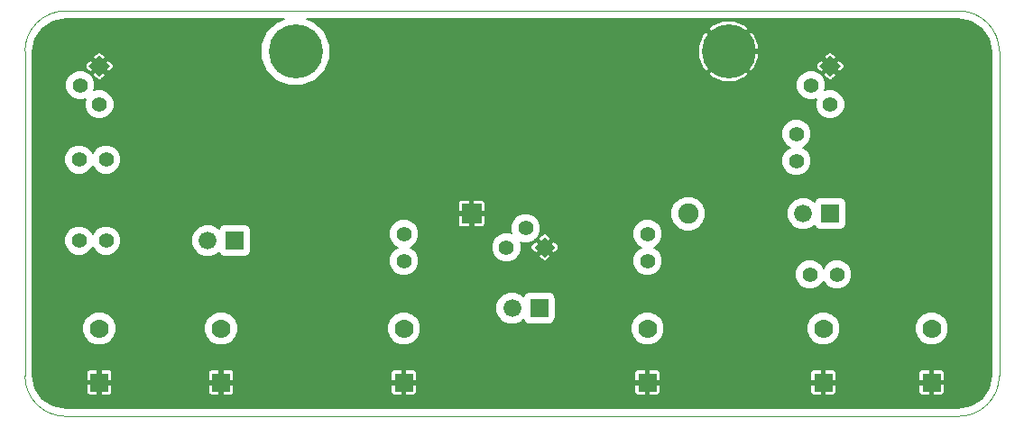
<source format=gbl>
G04 #@! TF.FileFunction,Copper,L2,Bot,Signal*
%FSLAX46Y46*%
G04 Gerber Fmt 4.6, Leading zero omitted, Abs format (unit mm)*
G04 Created by KiCad (PCBNEW (2015-07-01 BZR 5850)-product) date Fri Aug 21 14:42:13 2015*
%MOMM*%
G01*
G04 APERTURE LIST*
%ADD10C,0.150000*%
%ADD11C,0.100000*%
%ADD12R,1.905000X1.905000*%
%ADD13C,1.905000*%
%ADD14C,1.778000*%
%ADD15R,1.778000X1.778000*%
%ADD16C,5.080000*%
%ADD17C,1.676400*%
%ADD18R,1.676400X1.676400*%
%ADD19C,1.397000*%
%ADD20C,0.508000*%
%ADD21C,0.127000*%
G04 APERTURE END LIST*
D10*
D11*
X262890000Y-170180000D02*
X262890000Y-200660000D01*
X175260000Y-166370000D02*
X259080000Y-166370000D01*
X171450000Y-200660000D02*
X171450000Y-170180000D01*
X259080000Y-204470000D02*
X175260000Y-204470000D01*
X259080000Y-204470000D02*
G75*
G03X262890000Y-200660000I0J3810000D01*
G01*
X175260000Y-166370000D02*
G75*
G03X171450000Y-170180000I0J-3810000D01*
G01*
X262890000Y-170180000D02*
G75*
G03X259080000Y-166370000I-3810000J0D01*
G01*
X171450000Y-200660000D02*
G75*
G03X175260000Y-204470000I3810000J0D01*
G01*
D12*
X213360000Y-185420000D03*
D13*
X233680000Y-185420000D03*
D14*
X207010000Y-196215000D03*
D15*
X207010000Y-201295000D03*
D14*
X178435000Y-196215000D03*
D15*
X178435000Y-201295000D03*
D14*
X246380000Y-196215000D03*
D15*
X246380000Y-201295000D03*
D16*
X196850000Y-170180000D03*
X237490000Y-170180000D03*
D14*
X229870000Y-196215000D03*
D15*
X229870000Y-201295000D03*
D14*
X256540000Y-196215000D03*
D15*
X256540000Y-201295000D03*
D14*
X189865000Y-196215000D03*
D15*
X189865000Y-201295000D03*
D17*
X217170000Y-194310000D03*
D18*
X219710000Y-194310000D03*
D17*
X244475000Y-185420000D03*
D18*
X247015000Y-185420000D03*
D17*
X188595000Y-187960000D03*
D18*
X191135000Y-187960000D03*
D10*
G36*
X178435000Y-172546777D02*
X177447172Y-171558949D01*
X178435000Y-170571121D01*
X179422828Y-171558949D01*
X178435000Y-172546777D01*
X178435000Y-172546777D01*
G37*
D19*
X176638949Y-173355000D03*
X178435000Y-175151051D03*
D10*
G36*
X219248223Y-188595000D02*
X220236051Y-187607172D01*
X221223879Y-188595000D01*
X220236051Y-189582828D01*
X219248223Y-188595000D01*
X219248223Y-188595000D01*
G37*
D19*
X218440000Y-186798949D03*
X216643949Y-188595000D03*
D10*
G36*
X247015000Y-172546777D02*
X246027172Y-171558949D01*
X247015000Y-170571121D01*
X248002828Y-171558949D01*
X247015000Y-172546777D01*
X247015000Y-172546777D01*
G37*
D19*
X245218949Y-173355000D03*
X247015000Y-175151051D03*
X176530000Y-180340000D03*
X179070000Y-180340000D03*
X207010000Y-187325000D03*
X207010000Y-189865000D03*
X229870000Y-187325000D03*
X229870000Y-189865000D03*
X245110000Y-191135000D03*
X247650000Y-191135000D03*
X243840000Y-180467000D03*
X243840000Y-177927000D03*
X176530000Y-187960000D03*
X179070000Y-187960000D03*
D20*
X250825000Y-178181000D02*
X250825000Y-175368949D01*
X250825000Y-175368949D02*
X247015000Y-171558949D01*
X181229000Y-201295000D02*
X181229000Y-174352949D01*
X181229000Y-174352949D02*
X178435000Y-171558949D01*
X222250000Y-192659000D02*
X222250000Y-190608949D01*
X222250000Y-190608949D02*
X220236051Y-188595000D01*
X213360000Y-185420000D02*
X213360000Y-201295000D01*
X237490000Y-170180000D02*
X245636051Y-170180000D01*
X245636051Y-170180000D02*
X247015000Y-171558949D01*
X250825000Y-178181000D02*
X250825000Y-201295000D01*
X222250000Y-192659000D02*
X222250000Y-201295000D01*
X246380000Y-201295000D02*
X250825000Y-201295000D01*
X250825000Y-201295000D02*
X256540000Y-201295000D01*
X229870000Y-201295000D02*
X246380000Y-201295000D01*
X207010000Y-201295000D02*
X213360000Y-201295000D01*
X213360000Y-201295000D02*
X222250000Y-201295000D01*
X222250000Y-201295000D02*
X229870000Y-201295000D01*
X189865000Y-201295000D02*
X207010000Y-201295000D01*
X178435000Y-201295000D02*
X181229000Y-201295000D01*
X181229000Y-201295000D02*
X189865000Y-201295000D01*
D21*
G36*
X260245975Y-167365091D02*
X261234439Y-168025561D01*
X261894909Y-169014025D01*
X262141500Y-170253722D01*
X262141500Y-200586278D01*
X261894909Y-201825975D01*
X261234439Y-202814439D01*
X260245975Y-203474909D01*
X259006278Y-203721500D01*
X175333722Y-203721500D01*
X174094025Y-203474909D01*
X173105561Y-202814439D01*
X172445091Y-201825975D01*
X172367262Y-201434700D01*
X177307875Y-201434700D01*
X177228500Y-201514075D01*
X177228500Y-202247155D01*
X177276837Y-202363850D01*
X177366151Y-202453164D01*
X177482846Y-202501500D01*
X178215925Y-202501500D01*
X178295300Y-202422125D01*
X178295300Y-201434700D01*
X178574700Y-201434700D01*
X178295300Y-201434700D01*
X178295300Y-201434700D01*
X178574700Y-201434700D01*
X178574700Y-202422125D01*
X178654075Y-202501500D01*
X179387154Y-202501500D01*
X179503849Y-202453164D01*
X179593163Y-202363850D01*
X179641500Y-202247155D01*
X179641500Y-201514075D01*
X179562125Y-201434700D01*
X188737875Y-201434700D01*
X188658500Y-201514075D01*
X188658500Y-202247155D01*
X188706837Y-202363850D01*
X188796151Y-202453164D01*
X188912846Y-202501500D01*
X189645925Y-202501500D01*
X189725300Y-202422125D01*
X189725300Y-201434700D01*
X190004700Y-201434700D01*
X190004700Y-202422125D01*
X190084075Y-202501500D01*
X190817154Y-202501500D01*
X190933849Y-202453164D01*
X191023163Y-202363850D01*
X191071500Y-202247155D01*
X191071500Y-201514075D01*
X190992125Y-201434700D01*
X205882875Y-201434700D01*
X190992125Y-201434700D01*
X190992125Y-201434700D01*
X205882875Y-201434700D01*
X205803500Y-201514075D01*
X205803500Y-202247155D01*
X205851837Y-202363850D01*
X205941151Y-202453164D01*
X206057846Y-202501500D01*
X206790925Y-202501500D01*
X206870300Y-202422125D01*
X206870300Y-201434700D01*
X207149700Y-201434700D01*
X206870300Y-201434700D01*
X206870300Y-201434700D01*
X207149700Y-201434700D01*
X207149700Y-202422125D01*
X207229075Y-202501500D01*
X207962154Y-202501500D01*
X208078849Y-202453164D01*
X208168163Y-202363850D01*
X208216500Y-202247155D01*
X208216500Y-201514075D01*
X208137125Y-201434700D01*
X228742875Y-201434700D01*
X228663500Y-201514075D01*
X228663500Y-202247155D01*
X228711837Y-202363850D01*
X228801151Y-202453164D01*
X228917846Y-202501500D01*
X229650925Y-202501500D01*
X229730300Y-202422125D01*
X229730300Y-201434700D01*
X230009700Y-201434700D01*
X229730300Y-201434700D01*
X229730300Y-201434700D01*
X230009700Y-201434700D01*
X230009700Y-202422125D01*
X230089075Y-202501500D01*
X230822154Y-202501500D01*
X230938849Y-202453164D01*
X231028163Y-202363850D01*
X231076500Y-202247155D01*
X231076500Y-201514075D01*
X230997125Y-201434700D01*
X245252875Y-201434700D01*
X245173500Y-201514075D01*
X245173500Y-202247155D01*
X245221837Y-202363850D01*
X245311151Y-202453164D01*
X245427846Y-202501500D01*
X246160925Y-202501500D01*
X246240300Y-202422125D01*
X246240300Y-201434700D01*
X246519700Y-201434700D01*
X246240300Y-201434700D01*
X246240300Y-201434700D01*
X246519700Y-201434700D01*
X246519700Y-202422125D01*
X246599075Y-202501500D01*
X247332154Y-202501500D01*
X247448849Y-202453164D01*
X247538163Y-202363850D01*
X247586500Y-202247155D01*
X247586500Y-201514075D01*
X247507125Y-201434700D01*
X255412875Y-201434700D01*
X255333500Y-201514075D01*
X255333500Y-202247155D01*
X255381837Y-202363850D01*
X255471151Y-202453164D01*
X255587846Y-202501500D01*
X256320925Y-202501500D01*
X256400300Y-202422125D01*
X256400300Y-201434700D01*
X256679700Y-201434700D01*
X256400300Y-201434700D01*
X256400300Y-201434700D01*
X256679700Y-201434700D01*
X256679700Y-202422125D01*
X256759075Y-202501500D01*
X257492154Y-202501500D01*
X257608849Y-202453164D01*
X257698163Y-202363850D01*
X257746500Y-202247155D01*
X257746500Y-201514075D01*
X257667125Y-201434700D01*
X256679700Y-201434700D01*
X256400300Y-201434700D01*
X256400300Y-201434700D01*
X255412875Y-201434700D01*
X247507125Y-201434700D01*
X247507125Y-201434700D01*
X246519700Y-201434700D01*
X246240300Y-201434700D01*
X246240300Y-201434700D01*
X245252875Y-201434700D01*
X230997125Y-201434700D01*
X230997125Y-201434700D01*
X230009700Y-201434700D01*
X229730300Y-201434700D01*
X229730300Y-201434700D01*
X228742875Y-201434700D01*
X208137125Y-201434700D01*
X208137125Y-201434700D01*
X207149700Y-201434700D01*
X206870300Y-201434700D01*
X206870300Y-201434700D01*
X205882875Y-201434700D01*
X190992125Y-201434700D01*
X190992125Y-201434700D01*
X190004700Y-201434700D01*
X189725300Y-201434700D01*
X189725300Y-201434700D01*
X188737875Y-201434700D01*
X179562125Y-201434700D01*
X179562125Y-201434700D01*
X178574700Y-201434700D01*
X178295300Y-201434700D01*
X178295300Y-201434700D01*
X177307875Y-201434700D01*
X172367262Y-201434700D01*
X172198500Y-200586278D01*
X172198500Y-200088500D01*
X177482846Y-200088500D01*
X177366151Y-200136836D01*
X177276837Y-200226150D01*
X177228500Y-200342845D01*
X177228500Y-201075925D01*
X177307875Y-201155300D01*
X178295300Y-201155300D01*
X178295300Y-200167875D01*
X178215925Y-200088500D01*
X178654075Y-200088500D01*
X178574700Y-200167875D01*
X178574700Y-201155300D01*
X179562125Y-201155300D01*
X179641500Y-201075925D01*
X179641500Y-200342845D01*
X179593163Y-200226150D01*
X179503849Y-200136836D01*
X179387154Y-200088500D01*
X188912846Y-200088500D01*
X179387154Y-200088500D01*
X179387154Y-200088500D01*
X188912846Y-200088500D01*
X188796151Y-200136836D01*
X188706837Y-200226150D01*
X188658500Y-200342845D01*
X188658500Y-201075925D01*
X188737875Y-201155300D01*
X189725300Y-201155300D01*
X189725300Y-200167875D01*
X189645925Y-200088500D01*
X190084075Y-200088500D01*
X190004700Y-200167875D01*
X190004700Y-201155300D01*
X190992125Y-201155300D01*
X191071500Y-201075925D01*
X191071500Y-200342845D01*
X191023163Y-200226150D01*
X190933849Y-200136836D01*
X190817154Y-200088500D01*
X206057846Y-200088500D01*
X205941151Y-200136836D01*
X205851837Y-200226150D01*
X205803500Y-200342845D01*
X205803500Y-201075925D01*
X205882875Y-201155300D01*
X206870300Y-201155300D01*
X206870300Y-200167875D01*
X206790925Y-200088500D01*
X207229075Y-200088500D01*
X206790925Y-200088500D01*
X206790925Y-200088500D01*
X207229075Y-200088500D01*
X207149700Y-200167875D01*
X207149700Y-201155300D01*
X208137125Y-201155300D01*
X208216500Y-201075925D01*
X208216500Y-200342845D01*
X208168163Y-200226150D01*
X208078849Y-200136836D01*
X207962154Y-200088500D01*
X228917846Y-200088500D01*
X228801151Y-200136836D01*
X228711837Y-200226150D01*
X228663500Y-200342845D01*
X228663500Y-201075925D01*
X228742875Y-201155300D01*
X229730300Y-201155300D01*
X229730300Y-200167875D01*
X229650925Y-200088500D01*
X230089075Y-200088500D01*
X229650925Y-200088500D01*
X229650925Y-200088500D01*
X230089075Y-200088500D01*
X230009700Y-200167875D01*
X230009700Y-201155300D01*
X230997125Y-201155300D01*
X231076500Y-201075925D01*
X231076500Y-200342845D01*
X231028163Y-200226150D01*
X230938849Y-200136836D01*
X230822154Y-200088500D01*
X245427846Y-200088500D01*
X230822154Y-200088500D01*
X230822154Y-200088500D01*
X245427846Y-200088500D01*
X245311151Y-200136836D01*
X245221837Y-200226150D01*
X245173500Y-200342845D01*
X245173500Y-201075925D01*
X245252875Y-201155300D01*
X246240300Y-201155300D01*
X246240300Y-200167875D01*
X246160925Y-200088500D01*
X246599075Y-200088500D01*
X246160925Y-200088500D01*
X246160925Y-200088500D01*
X246599075Y-200088500D01*
X246519700Y-200167875D01*
X246519700Y-201155300D01*
X247507125Y-201155300D01*
X247586500Y-201075925D01*
X247586500Y-200342845D01*
X247538163Y-200226150D01*
X247448849Y-200136836D01*
X247332154Y-200088500D01*
X255587846Y-200088500D01*
X255471151Y-200136836D01*
X255381837Y-200226150D01*
X255333500Y-200342845D01*
X255333500Y-201075925D01*
X255412875Y-201155300D01*
X256400300Y-201155300D01*
X256400300Y-200167875D01*
X256320925Y-200088500D01*
X256759075Y-200088500D01*
X256320925Y-200088500D01*
X256320925Y-200088500D01*
X256759075Y-200088500D01*
X256679700Y-200167875D01*
X256679700Y-201155300D01*
X257667125Y-201155300D01*
X257746500Y-201075925D01*
X257746500Y-200342845D01*
X257698163Y-200226150D01*
X257608849Y-200136836D01*
X257492154Y-200088500D01*
X256759075Y-200088500D01*
X256320925Y-200088500D01*
X256320925Y-200088500D01*
X255587846Y-200088500D01*
X247332154Y-200088500D01*
X247332154Y-200088500D01*
X246599075Y-200088500D01*
X246160925Y-200088500D01*
X246160925Y-200088500D01*
X245427846Y-200088500D01*
X230822154Y-200088500D01*
X230822154Y-200088500D01*
X230089075Y-200088500D01*
X229650925Y-200088500D01*
X229650925Y-200088500D01*
X228917846Y-200088500D01*
X207962154Y-200088500D01*
X207962154Y-200088500D01*
X207229075Y-200088500D01*
X206790925Y-200088500D01*
X206790925Y-200088500D01*
X206057846Y-200088500D01*
X190817154Y-200088500D01*
X190817154Y-200088500D01*
X190084075Y-200088500D01*
X189645925Y-200088500D01*
X189645925Y-200088500D01*
X188912846Y-200088500D01*
X179387154Y-200088500D01*
X179387154Y-200088500D01*
X178654075Y-200088500D01*
X178215925Y-200088500D01*
X178215925Y-200088500D01*
X177482846Y-200088500D01*
X172198500Y-200088500D01*
X172198500Y-194868398D01*
X177536928Y-194868398D01*
X177089968Y-195314579D01*
X176847776Y-195897841D01*
X176847225Y-196529388D01*
X177088398Y-197113072D01*
X177534579Y-197560032D01*
X178117841Y-197802224D01*
X178749388Y-197802775D01*
X179333072Y-197561602D01*
X179780032Y-197115421D01*
X180022224Y-196532159D01*
X180022775Y-195900612D01*
X179781602Y-195316928D01*
X179335421Y-194869968D01*
X179331641Y-194868398D01*
X188966928Y-194868398D01*
X188519968Y-195314579D01*
X188277776Y-195897841D01*
X188277225Y-196529388D01*
X188518398Y-197113072D01*
X188964579Y-197560032D01*
X189547841Y-197802224D01*
X190179388Y-197802775D01*
X190763072Y-197561602D01*
X191210032Y-197115421D01*
X191452224Y-196532159D01*
X191452775Y-195900612D01*
X191211602Y-195316928D01*
X190765421Y-194869968D01*
X190761641Y-194868398D01*
X206111928Y-194868398D01*
X190761641Y-194868398D01*
X190761641Y-194868398D01*
X206111928Y-194868398D01*
X205664968Y-195314579D01*
X205422776Y-195897841D01*
X205422225Y-196529388D01*
X205663398Y-197113072D01*
X206109579Y-197560032D01*
X206692841Y-197802224D01*
X207324388Y-197802775D01*
X207908072Y-197561602D01*
X208355032Y-197115421D01*
X208597224Y-196532159D01*
X208597775Y-195900612D01*
X208596631Y-195897841D01*
X228282776Y-195897841D01*
X228282225Y-196529388D01*
X228523398Y-197113072D01*
X228969579Y-197560032D01*
X229552841Y-197802224D01*
X230184388Y-197802775D01*
X230768072Y-197561602D01*
X231215032Y-197115421D01*
X231457224Y-196532159D01*
X231457775Y-195900612D01*
X231216602Y-195316928D01*
X230770421Y-194869968D01*
X230766641Y-194868398D01*
X245481928Y-194868398D01*
X230766641Y-194868398D01*
X230766641Y-194868398D01*
X245481928Y-194868398D01*
X245034968Y-195314579D01*
X244792776Y-195897841D01*
X244792225Y-196529388D01*
X245033398Y-197113072D01*
X245479579Y-197560032D01*
X246062841Y-197802224D01*
X246694388Y-197802775D01*
X247278072Y-197561602D01*
X247725032Y-197115421D01*
X247967224Y-196532159D01*
X247967775Y-195900612D01*
X247726602Y-195316928D01*
X247280421Y-194869968D01*
X247276641Y-194868398D01*
X255641928Y-194868398D01*
X255194968Y-195314579D01*
X254952776Y-195897841D01*
X254952225Y-196529388D01*
X255193398Y-197113072D01*
X255639579Y-197560032D01*
X256222841Y-197802224D01*
X256854388Y-197802775D01*
X257438072Y-197561602D01*
X257885032Y-197115421D01*
X258127224Y-196532159D01*
X258127775Y-195900612D01*
X257886602Y-195316928D01*
X257440421Y-194869968D01*
X256857159Y-194627776D01*
X256225612Y-194627225D01*
X255641928Y-194868398D01*
X247276641Y-194868398D01*
X246697159Y-194627776D01*
X246065612Y-194627225D01*
X245481928Y-194868398D01*
X230766641Y-194868398D01*
X230187159Y-194627776D01*
X229555612Y-194627225D01*
X228971928Y-194868398D01*
X221260384Y-194868398D01*
X221260384Y-193471800D01*
X221208709Y-193205464D01*
X221054941Y-192971380D01*
X220822804Y-192814686D01*
X220548200Y-192759616D01*
X218871800Y-192759616D01*
X218605464Y-192811291D01*
X218371380Y-192965059D01*
X218221051Y-193187766D01*
X218041607Y-193008009D01*
X217477010Y-192773567D01*
X216865672Y-192773034D01*
X216300666Y-193006489D01*
X215868009Y-193438393D01*
X215633567Y-194002990D01*
X215633034Y-194614328D01*
X215866489Y-195179334D01*
X216298393Y-195611991D01*
X216862990Y-195846433D01*
X217474328Y-195846966D01*
X218039334Y-195613511D01*
X218222129Y-195431034D01*
X218365059Y-195648620D01*
X218597196Y-195805314D01*
X218871800Y-195860384D01*
X220548200Y-195860384D01*
X220814536Y-195808709D01*
X221048620Y-195654941D01*
X221205314Y-195422804D01*
X221260384Y-195148200D01*
X221260384Y-194868398D01*
X228971928Y-194868398D01*
X221260384Y-194868398D01*
X221260384Y-194868398D01*
X228971928Y-194868398D01*
X228524968Y-195314579D01*
X228282776Y-195897841D01*
X208596631Y-195897841D01*
X208356602Y-195316928D01*
X207910421Y-194869968D01*
X207327159Y-194627776D01*
X206695612Y-194627225D01*
X206111928Y-194868398D01*
X190761641Y-194868398D01*
X190182159Y-194627776D01*
X189550612Y-194627225D01*
X188966928Y-194868398D01*
X179331641Y-194868398D01*
X178752159Y-194627776D01*
X178120612Y-194627225D01*
X177536928Y-194868398D01*
X172198500Y-194868398D01*
X172198500Y-191411661D01*
X243712758Y-191411661D01*
X243924990Y-191925303D01*
X244317630Y-192318629D01*
X244830900Y-192531757D01*
X245386661Y-192532242D01*
X245900303Y-192320010D01*
X246293629Y-191927370D01*
X246379949Y-191719488D01*
X246464990Y-191925303D01*
X246857630Y-192318629D01*
X247370900Y-192531757D01*
X247926661Y-192532242D01*
X248440303Y-192320010D01*
X248833629Y-191927370D01*
X249046757Y-191414100D01*
X249047242Y-190858339D01*
X248835010Y-190344697D01*
X248442370Y-189951371D01*
X247929100Y-189738243D01*
X247373339Y-189737758D01*
X246859697Y-189949990D01*
X246466371Y-190342630D01*
X246380051Y-190550512D01*
X246295010Y-190344697D01*
X245902370Y-189951371D01*
X245389100Y-189738243D01*
X244833339Y-189737758D01*
X231267111Y-189737758D01*
X231267242Y-189588339D01*
X231055010Y-189074697D01*
X230662370Y-188681371D01*
X230454488Y-188595051D01*
X230660303Y-188510010D01*
X231053629Y-188117370D01*
X231266757Y-187604100D01*
X231267242Y-187048339D01*
X231055010Y-186534697D01*
X230662370Y-186141371D01*
X230149100Y-185928243D01*
X229593339Y-185927758D01*
X229079697Y-186139990D01*
X228686371Y-186532630D01*
X228473243Y-187045900D01*
X228472758Y-187601661D01*
X228684990Y-188115303D01*
X229077630Y-188508629D01*
X229285512Y-188594949D01*
X229079697Y-188679990D01*
X228686371Y-189072630D01*
X228473243Y-189585900D01*
X228472758Y-190141661D01*
X228684990Y-190655303D01*
X229077630Y-191048629D01*
X229590900Y-191261757D01*
X230146661Y-191262242D01*
X230660303Y-191050010D01*
X231053629Y-190657370D01*
X231266757Y-190144100D01*
X231267111Y-189737758D01*
X244833339Y-189737758D01*
X231267111Y-189737758D01*
X231267111Y-189737758D01*
X244833339Y-189737758D01*
X244319697Y-189949990D01*
X243926371Y-190342630D01*
X243713243Y-190855900D01*
X243712758Y-191411661D01*
X172198500Y-191411661D01*
X172198500Y-186562758D01*
X176253339Y-186562758D01*
X175739697Y-186774990D01*
X175346371Y-187167630D01*
X175133243Y-187680900D01*
X175132758Y-188236661D01*
X175344990Y-188750303D01*
X175737630Y-189143629D01*
X176250900Y-189356757D01*
X176806661Y-189357242D01*
X177320303Y-189145010D01*
X177713629Y-188752370D01*
X177799949Y-188544488D01*
X177884990Y-188750303D01*
X178277630Y-189143629D01*
X178790900Y-189356757D01*
X179346661Y-189357242D01*
X179860303Y-189145010D01*
X180253629Y-188752370D01*
X180466757Y-188239100D01*
X180467242Y-187683339D01*
X180255010Y-187169697D01*
X179862370Y-186776371D01*
X179349100Y-186563243D01*
X178793339Y-186562758D01*
X178279697Y-186774990D01*
X177886371Y-187167630D01*
X177800051Y-187375512D01*
X177715010Y-187169697D01*
X177322370Y-186776371D01*
X176809100Y-186563243D01*
X176253339Y-186562758D01*
X172198500Y-186562758D01*
X172198500Y-186409616D01*
X190296800Y-186409616D01*
X190030464Y-186461291D01*
X189796380Y-186615059D01*
X189646051Y-186837766D01*
X189466607Y-186658009D01*
X188902010Y-186423567D01*
X188290672Y-186423034D01*
X187725666Y-186656489D01*
X187293009Y-187088393D01*
X187058567Y-187652990D01*
X187058034Y-188264328D01*
X187291489Y-188829334D01*
X187723393Y-189261991D01*
X188287990Y-189496433D01*
X188899328Y-189496966D01*
X189464334Y-189263511D01*
X189647129Y-189081034D01*
X189790059Y-189298620D01*
X190022196Y-189455314D01*
X190296800Y-189510384D01*
X191973200Y-189510384D01*
X192239536Y-189458709D01*
X192473620Y-189304941D01*
X192630314Y-189072804D01*
X192685384Y-188798200D01*
X192685384Y-187121800D01*
X192633709Y-186855464D01*
X192479941Y-186621380D01*
X192247804Y-186464686D01*
X191973200Y-186409616D01*
X190296800Y-186409616D01*
X172198500Y-186409616D01*
X172198500Y-186139990D01*
X206219697Y-186139990D01*
X205826371Y-186532630D01*
X205613243Y-187045900D01*
X205612758Y-187601661D01*
X205824990Y-188115303D01*
X206217630Y-188508629D01*
X206425512Y-188594949D01*
X206219697Y-188679990D01*
X205826371Y-189072630D01*
X205613243Y-189585900D01*
X205612758Y-190141661D01*
X205824990Y-190655303D01*
X206217630Y-191048629D01*
X206730900Y-191261757D01*
X207286661Y-191262242D01*
X207800303Y-191050010D01*
X208193629Y-190657370D01*
X208406757Y-190144100D01*
X208407242Y-189588339D01*
X208195010Y-189074697D01*
X207802370Y-188681371D01*
X207594488Y-188595051D01*
X207800303Y-188510010D01*
X208193629Y-188117370D01*
X208406757Y-187604100D01*
X208407218Y-187075610D01*
X217042758Y-187075610D01*
X217128715Y-187283643D01*
X216923049Y-187198243D01*
X216367288Y-187197758D01*
X215853646Y-187409990D01*
X215460320Y-187802630D01*
X215247192Y-188315900D01*
X215246707Y-188871661D01*
X215458939Y-189385303D01*
X215851579Y-189778629D01*
X216364849Y-189991757D01*
X216920610Y-189992242D01*
X217434252Y-189780010D01*
X217827578Y-189387370D01*
X217840571Y-189356077D01*
X219672540Y-189356077D01*
X219672540Y-189468330D01*
X220056202Y-189851992D01*
X220172897Y-189900328D01*
X220299206Y-189900328D01*
X220415901Y-189851991D01*
X220799562Y-189468330D01*
X220799562Y-189356077D01*
X220236051Y-188792566D01*
X219672540Y-189356077D01*
X217840571Y-189356077D01*
X218040706Y-188874100D01*
X218041191Y-188318339D01*
X217955234Y-188110306D01*
X218160900Y-188195706D01*
X218716661Y-188196191D01*
X219115271Y-188031489D01*
X219362721Y-188031489D01*
X218979060Y-188415150D01*
X218930723Y-188531845D01*
X218930723Y-188658154D01*
X218979059Y-188774849D01*
X219362721Y-189158511D01*
X219474974Y-189158511D01*
X220038485Y-188595000D01*
X220433617Y-188595000D01*
X220997128Y-189158511D01*
X221109381Y-189158511D01*
X221493042Y-188774850D01*
X221541379Y-188658155D01*
X221541379Y-188531846D01*
X221493043Y-188415151D01*
X221109381Y-188031489D01*
X220997128Y-188031489D01*
X220601996Y-188031489D01*
X220799562Y-187833923D01*
X220799562Y-187721670D01*
X220415900Y-187338008D01*
X220299205Y-187289672D01*
X220172896Y-187289672D01*
X220056201Y-187338009D01*
X219672540Y-187721670D01*
X219672540Y-187833923D01*
X220236051Y-188397434D01*
X220601996Y-188031489D01*
X220997128Y-188031489D01*
X220601996Y-188031489D01*
X220601996Y-188031489D01*
X220997128Y-188031489D01*
X220433617Y-188595000D01*
X220038485Y-188595000D01*
X220038485Y-188595000D01*
X219474974Y-188031489D01*
X219362721Y-188031489D01*
X219115271Y-188031489D01*
X219230303Y-187983959D01*
X219623629Y-187591319D01*
X219836757Y-187078049D01*
X219837242Y-186522288D01*
X219625010Y-186008646D01*
X219232370Y-185615320D01*
X218719100Y-185402192D01*
X218163339Y-185401707D01*
X217649697Y-185613939D01*
X214604864Y-185613939D01*
X214550625Y-185559700D01*
X213499700Y-185559700D01*
X213499700Y-186610625D01*
X213579075Y-186690000D01*
X214375655Y-186690000D01*
X214492350Y-186641663D01*
X214581664Y-186552349D01*
X214630000Y-186435654D01*
X214630000Y-185639075D01*
X214604864Y-185613939D01*
X217649697Y-185613939D01*
X214604864Y-185613939D01*
X214604864Y-185613939D01*
X217649697Y-185613939D01*
X217256371Y-186006579D01*
X217043243Y-186519849D01*
X217042758Y-187075610D01*
X208407218Y-187075610D01*
X208407242Y-187048339D01*
X208195010Y-186534697D01*
X207802370Y-186141371D01*
X207289100Y-185928243D01*
X206733339Y-185927758D01*
X206219697Y-186139990D01*
X172198500Y-186139990D01*
X172198500Y-185559700D01*
X212169375Y-185559700D01*
X212090000Y-185639075D01*
X212090000Y-186435654D01*
X212138336Y-186552349D01*
X212227650Y-186641663D01*
X212344345Y-186690000D01*
X213140925Y-186690000D01*
X213220300Y-186610625D01*
X213220300Y-185559700D01*
X212169375Y-185559700D01*
X172198500Y-185559700D01*
X172198500Y-184150000D01*
X212344345Y-184150000D01*
X212227650Y-184198337D01*
X212138336Y-184287651D01*
X212090000Y-184404346D01*
X212090000Y-185200925D01*
X212169375Y-185280300D01*
X213220300Y-185280300D01*
X213220300Y-184229375D01*
X213140925Y-184150000D01*
X213579075Y-184150000D01*
X213499700Y-184229375D01*
X213499700Y-185280300D01*
X214550625Y-185280300D01*
X214630000Y-185200925D01*
X214630000Y-184404346D01*
X214581664Y-184287651D01*
X214492350Y-184198337D01*
X214375655Y-184150000D01*
X213579075Y-184150000D01*
X213140925Y-184150000D01*
X213140925Y-184150000D01*
X212344345Y-184150000D01*
X172198500Y-184150000D01*
X172198500Y-184019534D01*
X232746005Y-184019534D01*
X232281166Y-184483563D01*
X232029287Y-185090155D01*
X232028714Y-185746963D01*
X232279534Y-186353995D01*
X232743563Y-186818834D01*
X233350155Y-187070713D01*
X234006963Y-187071286D01*
X234613995Y-186820466D01*
X235078834Y-186356437D01*
X235330713Y-185749845D01*
X235331286Y-185093037D01*
X235080466Y-184486005D01*
X234616437Y-184021166D01*
X234251465Y-183869616D01*
X246176800Y-183869616D01*
X245910464Y-183921291D01*
X245676380Y-184075059D01*
X245526051Y-184297766D01*
X245346607Y-184118009D01*
X244782010Y-183883567D01*
X244170672Y-183883034D01*
X243605666Y-184116489D01*
X243173009Y-184548393D01*
X242938567Y-185112990D01*
X242938034Y-185724328D01*
X243171489Y-186289334D01*
X243603393Y-186721991D01*
X244167990Y-186956433D01*
X244779328Y-186956966D01*
X245344334Y-186723511D01*
X245527129Y-186541034D01*
X245670059Y-186758620D01*
X245902196Y-186915314D01*
X246176800Y-186970384D01*
X247853200Y-186970384D01*
X248119536Y-186918709D01*
X248353620Y-186764941D01*
X248510314Y-186532804D01*
X248565384Y-186258200D01*
X248565384Y-184581800D01*
X248513709Y-184315464D01*
X248359941Y-184081380D01*
X248127804Y-183924686D01*
X247853200Y-183869616D01*
X246176800Y-183869616D01*
X234251465Y-183869616D01*
X234009845Y-183769287D01*
X233353037Y-183768714D01*
X232746005Y-184019534D01*
X172198500Y-184019534D01*
X172198500Y-178942758D01*
X176253339Y-178942758D01*
X175739697Y-179154990D01*
X175346371Y-179547630D01*
X175133243Y-180060900D01*
X175132758Y-180616661D01*
X175344990Y-181130303D01*
X175737630Y-181523629D01*
X176250900Y-181736757D01*
X176806661Y-181737242D01*
X177320303Y-181525010D01*
X177713629Y-181132370D01*
X177799949Y-180924488D01*
X177884990Y-181130303D01*
X178277630Y-181523629D01*
X178790900Y-181736757D01*
X179346661Y-181737242D01*
X179860303Y-181525010D01*
X180253629Y-181132370D01*
X180466757Y-180619100D01*
X180467242Y-180063339D01*
X180255010Y-179549697D01*
X179862370Y-179156371D01*
X179349100Y-178943243D01*
X178793339Y-178942758D01*
X178279697Y-179154990D01*
X177886371Y-179547630D01*
X177800051Y-179755512D01*
X177715010Y-179549697D01*
X177322370Y-179156371D01*
X176809100Y-178943243D01*
X176253339Y-178942758D01*
X172198500Y-178942758D01*
X172198500Y-176741990D01*
X243049697Y-176741990D01*
X242656371Y-177134630D01*
X242443243Y-177647900D01*
X242442758Y-178203661D01*
X242654990Y-178717303D01*
X243047630Y-179110629D01*
X243255512Y-179196949D01*
X243049697Y-179281990D01*
X242656371Y-179674630D01*
X242443243Y-180187900D01*
X242442758Y-180743661D01*
X242654990Y-181257303D01*
X243047630Y-181650629D01*
X243560900Y-181863757D01*
X244116661Y-181864242D01*
X244630303Y-181652010D01*
X245023629Y-181259370D01*
X245236757Y-180746100D01*
X245237242Y-180190339D01*
X245025010Y-179676697D01*
X244632370Y-179283371D01*
X244424488Y-179197051D01*
X244630303Y-179112010D01*
X245023629Y-178719370D01*
X245236757Y-178206100D01*
X245237242Y-177650339D01*
X245025010Y-177136697D01*
X244632370Y-176743371D01*
X244119100Y-176530243D01*
X243563339Y-176529758D01*
X243049697Y-176741990D01*
X172198500Y-176741990D01*
X172198500Y-172169990D01*
X175848646Y-172169990D01*
X175455320Y-172562630D01*
X175242192Y-173075900D01*
X175241707Y-173631661D01*
X175453939Y-174145303D01*
X175846579Y-174538629D01*
X176359849Y-174751757D01*
X176915610Y-174752242D01*
X177123643Y-174666285D01*
X177038243Y-174871951D01*
X177037758Y-175427712D01*
X177249990Y-175941354D01*
X177642630Y-176334680D01*
X178155900Y-176547808D01*
X178711661Y-176548293D01*
X179225303Y-176336061D01*
X179618629Y-175943421D01*
X179831757Y-175430151D01*
X179832242Y-174874390D01*
X179620010Y-174360748D01*
X179227370Y-173967422D01*
X178714100Y-173754294D01*
X178158339Y-173753809D01*
X177950306Y-173839766D01*
X178035706Y-173634100D01*
X178036191Y-173078339D01*
X177823959Y-172564697D01*
X177579715Y-172320026D01*
X177871489Y-172320026D01*
X177871489Y-172432279D01*
X178255150Y-172815940D01*
X178371845Y-172864277D01*
X178498154Y-172864277D01*
X178614849Y-172815941D01*
X178998511Y-172432279D01*
X178998511Y-172320026D01*
X178800945Y-172122460D01*
X179196077Y-172122460D01*
X179308330Y-172122460D01*
X179691992Y-171738798D01*
X179740328Y-171622103D01*
X179740328Y-171495794D01*
X179691991Y-171379099D01*
X179308330Y-170995438D01*
X179196077Y-170995438D01*
X178800945Y-170995438D01*
X178998511Y-170797872D01*
X178998511Y-170685619D01*
X178614850Y-170301958D01*
X178498155Y-170253621D01*
X178371846Y-170253621D01*
X178255151Y-170301957D01*
X177871489Y-170685619D01*
X177871489Y-170797872D01*
X178435000Y-171361383D01*
X178800945Y-170995438D01*
X179196077Y-170995438D01*
X178800945Y-170995438D01*
X178800945Y-170995438D01*
X179196077Y-170995438D01*
X178632566Y-171558949D01*
X178237434Y-171558949D01*
X178237434Y-171558949D01*
X177673923Y-170995438D01*
X177561670Y-170995438D01*
X177178008Y-171379100D01*
X177129672Y-171495795D01*
X177129672Y-171622104D01*
X177178009Y-171738799D01*
X177561670Y-172122460D01*
X177673923Y-172122460D01*
X178237434Y-171558949D01*
X178632566Y-171558949D01*
X178237434Y-171558949D01*
X178237434Y-171558949D01*
X178632566Y-171558949D01*
X179196077Y-172122460D01*
X178800945Y-172122460D01*
X178435000Y-171756515D01*
X177871489Y-172320026D01*
X177579715Y-172320026D01*
X177431319Y-172171371D01*
X176918049Y-171958243D01*
X176362288Y-171957758D01*
X175848646Y-172169990D01*
X172198500Y-172169990D01*
X172198500Y-170253722D01*
X172445091Y-169014025D01*
X173105561Y-168025561D01*
X174094025Y-167365091D01*
X175333722Y-167118500D01*
X195778918Y-167118500D01*
X195017934Y-167432932D01*
X194106134Y-168343142D01*
X193612063Y-169532996D01*
X193610939Y-170821351D01*
X194102932Y-172012066D01*
X195013142Y-172923866D01*
X196202996Y-173417937D01*
X197491351Y-173419061D01*
X198321864Y-173075900D01*
X243822192Y-173075900D01*
X243821707Y-173631661D01*
X244033939Y-174145303D01*
X244426579Y-174538629D01*
X244939849Y-174751757D01*
X245495610Y-174752242D01*
X245703643Y-174666285D01*
X245618243Y-174871951D01*
X245617758Y-175427712D01*
X245829990Y-175941354D01*
X246222630Y-176334680D01*
X246735900Y-176547808D01*
X247291661Y-176548293D01*
X247805303Y-176336061D01*
X248198629Y-175943421D01*
X248411757Y-175430151D01*
X248412242Y-174874390D01*
X248200010Y-174360748D01*
X247807370Y-173967422D01*
X247294100Y-173754294D01*
X246738339Y-173753809D01*
X246530306Y-173839766D01*
X246615706Y-173634100D01*
X246616191Y-173078339D01*
X246403959Y-172564697D01*
X246159715Y-172320026D01*
X246451489Y-172320026D01*
X246451489Y-172432279D01*
X246835150Y-172815940D01*
X246951845Y-172864277D01*
X247078154Y-172864277D01*
X247194849Y-172815941D01*
X247578511Y-172432279D01*
X247578511Y-172320026D01*
X247380945Y-172122460D01*
X247776077Y-172122460D01*
X247888330Y-172122460D01*
X248271992Y-171738798D01*
X248320328Y-171622103D01*
X248320328Y-171495794D01*
X248271991Y-171379099D01*
X247888330Y-170995438D01*
X247776077Y-170995438D01*
X247380945Y-170995438D01*
X247578511Y-170797872D01*
X247578511Y-170685619D01*
X247194850Y-170301958D01*
X247078155Y-170253621D01*
X246951846Y-170253621D01*
X246835151Y-170301957D01*
X246451489Y-170685619D01*
X246451489Y-170797872D01*
X247015000Y-171361383D01*
X247380945Y-170995438D01*
X247776077Y-170995438D01*
X247380945Y-170995438D01*
X247380945Y-170995438D01*
X247776077Y-170995438D01*
X247212566Y-171558949D01*
X246817434Y-171558949D01*
X246817434Y-171558949D01*
X246253923Y-170995438D01*
X246141670Y-170995438D01*
X245758008Y-171379100D01*
X245709672Y-171495795D01*
X245709672Y-171622104D01*
X245758009Y-171738799D01*
X246141670Y-172122460D01*
X246253923Y-172122460D01*
X246817434Y-171558949D01*
X247212566Y-171558949D01*
X246817434Y-171558949D01*
X246817434Y-171558949D01*
X247212566Y-171558949D01*
X247776077Y-172122460D01*
X247380945Y-172122460D01*
X247015000Y-171756515D01*
X246451489Y-172320026D01*
X246159715Y-172320026D01*
X246011319Y-172171371D01*
X245498049Y-171958243D01*
X244942288Y-171957758D01*
X244428646Y-172169990D01*
X239282424Y-172169990D01*
X237490000Y-170377566D01*
X235587203Y-172280363D01*
X235892487Y-172616459D01*
X236946483Y-173042336D01*
X238083224Y-173032449D01*
X239087513Y-172616459D01*
X239392797Y-172280363D01*
X239282424Y-172169990D01*
X244428646Y-172169990D01*
X239282424Y-172169990D01*
X239282424Y-172169990D01*
X244428646Y-172169990D01*
X244035320Y-172562630D01*
X243822192Y-173075900D01*
X198321864Y-173075900D01*
X198682066Y-172927068D01*
X199593866Y-172016858D01*
X200087937Y-170827004D01*
X200089061Y-169538649D01*
X199693984Y-168582487D01*
X235053541Y-168582487D01*
X234627664Y-169636483D01*
X234637551Y-170773224D01*
X235053541Y-171777513D01*
X235389637Y-172082797D01*
X237292434Y-170180000D01*
X237687566Y-170180000D01*
X239590363Y-172082797D01*
X239926459Y-171777513D01*
X240352336Y-170723517D01*
X240342449Y-169586776D01*
X239926459Y-168582487D01*
X239590363Y-168277203D01*
X237687566Y-170180000D01*
X237292434Y-170180000D01*
X237292434Y-170180000D01*
X235389637Y-168277203D01*
X235053541Y-168582487D01*
X199693984Y-168582487D01*
X199597068Y-168347934D01*
X198686858Y-167436134D01*
X198425362Y-167327551D01*
X236896776Y-167327551D01*
X235892487Y-167743541D01*
X235587203Y-168079637D01*
X237490000Y-169982434D01*
X239392797Y-168079637D01*
X239087513Y-167743541D01*
X238033517Y-167317664D01*
X236896776Y-167327551D01*
X198425362Y-167327551D01*
X197921911Y-167118500D01*
X259006278Y-167118500D01*
X260245975Y-167365091D01*
X260245975Y-167365091D01*
G37*
X260245975Y-167365091D02*
X261234439Y-168025561D01*
X261894909Y-169014025D01*
X262141500Y-170253722D01*
X262141500Y-200586278D01*
X261894909Y-201825975D01*
X261234439Y-202814439D01*
X260245975Y-203474909D01*
X259006278Y-203721500D01*
X175333722Y-203721500D01*
X174094025Y-203474909D01*
X173105561Y-202814439D01*
X172445091Y-201825975D01*
X172367262Y-201434700D01*
X177307875Y-201434700D01*
X177228500Y-201514075D01*
X177228500Y-202247155D01*
X177276837Y-202363850D01*
X177366151Y-202453164D01*
X177482846Y-202501500D01*
X178215925Y-202501500D01*
X178295300Y-202422125D01*
X178295300Y-201434700D01*
X178574700Y-201434700D01*
X178295300Y-201434700D01*
X178295300Y-201434700D01*
X178574700Y-201434700D01*
X178574700Y-202422125D01*
X178654075Y-202501500D01*
X179387154Y-202501500D01*
X179503849Y-202453164D01*
X179593163Y-202363850D01*
X179641500Y-202247155D01*
X179641500Y-201514075D01*
X179562125Y-201434700D01*
X188737875Y-201434700D01*
X188658500Y-201514075D01*
X188658500Y-202247155D01*
X188706837Y-202363850D01*
X188796151Y-202453164D01*
X188912846Y-202501500D01*
X189645925Y-202501500D01*
X189725300Y-202422125D01*
X189725300Y-201434700D01*
X190004700Y-201434700D01*
X190004700Y-202422125D01*
X190084075Y-202501500D01*
X190817154Y-202501500D01*
X190933849Y-202453164D01*
X191023163Y-202363850D01*
X191071500Y-202247155D01*
X191071500Y-201514075D01*
X190992125Y-201434700D01*
X205882875Y-201434700D01*
X190992125Y-201434700D01*
X190992125Y-201434700D01*
X205882875Y-201434700D01*
X205803500Y-201514075D01*
X205803500Y-202247155D01*
X205851837Y-202363850D01*
X205941151Y-202453164D01*
X206057846Y-202501500D01*
X206790925Y-202501500D01*
X206870300Y-202422125D01*
X206870300Y-201434700D01*
X207149700Y-201434700D01*
X206870300Y-201434700D01*
X206870300Y-201434700D01*
X207149700Y-201434700D01*
X207149700Y-202422125D01*
X207229075Y-202501500D01*
X207962154Y-202501500D01*
X208078849Y-202453164D01*
X208168163Y-202363850D01*
X208216500Y-202247155D01*
X208216500Y-201514075D01*
X208137125Y-201434700D01*
X228742875Y-201434700D01*
X228663500Y-201514075D01*
X228663500Y-202247155D01*
X228711837Y-202363850D01*
X228801151Y-202453164D01*
X228917846Y-202501500D01*
X229650925Y-202501500D01*
X229730300Y-202422125D01*
X229730300Y-201434700D01*
X230009700Y-201434700D01*
X229730300Y-201434700D01*
X229730300Y-201434700D01*
X230009700Y-201434700D01*
X230009700Y-202422125D01*
X230089075Y-202501500D01*
X230822154Y-202501500D01*
X230938849Y-202453164D01*
X231028163Y-202363850D01*
X231076500Y-202247155D01*
X231076500Y-201514075D01*
X230997125Y-201434700D01*
X245252875Y-201434700D01*
X245173500Y-201514075D01*
X245173500Y-202247155D01*
X245221837Y-202363850D01*
X245311151Y-202453164D01*
X245427846Y-202501500D01*
X246160925Y-202501500D01*
X246240300Y-202422125D01*
X246240300Y-201434700D01*
X246519700Y-201434700D01*
X246240300Y-201434700D01*
X246240300Y-201434700D01*
X246519700Y-201434700D01*
X246519700Y-202422125D01*
X246599075Y-202501500D01*
X247332154Y-202501500D01*
X247448849Y-202453164D01*
X247538163Y-202363850D01*
X247586500Y-202247155D01*
X247586500Y-201514075D01*
X247507125Y-201434700D01*
X255412875Y-201434700D01*
X255333500Y-201514075D01*
X255333500Y-202247155D01*
X255381837Y-202363850D01*
X255471151Y-202453164D01*
X255587846Y-202501500D01*
X256320925Y-202501500D01*
X256400300Y-202422125D01*
X256400300Y-201434700D01*
X256679700Y-201434700D01*
X256400300Y-201434700D01*
X256400300Y-201434700D01*
X256679700Y-201434700D01*
X256679700Y-202422125D01*
X256759075Y-202501500D01*
X257492154Y-202501500D01*
X257608849Y-202453164D01*
X257698163Y-202363850D01*
X257746500Y-202247155D01*
X257746500Y-201514075D01*
X257667125Y-201434700D01*
X256679700Y-201434700D01*
X256400300Y-201434700D01*
X256400300Y-201434700D01*
X255412875Y-201434700D01*
X247507125Y-201434700D01*
X247507125Y-201434700D01*
X246519700Y-201434700D01*
X246240300Y-201434700D01*
X246240300Y-201434700D01*
X245252875Y-201434700D01*
X230997125Y-201434700D01*
X230997125Y-201434700D01*
X230009700Y-201434700D01*
X229730300Y-201434700D01*
X229730300Y-201434700D01*
X228742875Y-201434700D01*
X208137125Y-201434700D01*
X208137125Y-201434700D01*
X207149700Y-201434700D01*
X206870300Y-201434700D01*
X206870300Y-201434700D01*
X205882875Y-201434700D01*
X190992125Y-201434700D01*
X190992125Y-201434700D01*
X190004700Y-201434700D01*
X189725300Y-201434700D01*
X189725300Y-201434700D01*
X188737875Y-201434700D01*
X179562125Y-201434700D01*
X179562125Y-201434700D01*
X178574700Y-201434700D01*
X178295300Y-201434700D01*
X178295300Y-201434700D01*
X177307875Y-201434700D01*
X172367262Y-201434700D01*
X172198500Y-200586278D01*
X172198500Y-200088500D01*
X177482846Y-200088500D01*
X177366151Y-200136836D01*
X177276837Y-200226150D01*
X177228500Y-200342845D01*
X177228500Y-201075925D01*
X177307875Y-201155300D01*
X178295300Y-201155300D01*
X178295300Y-200167875D01*
X178215925Y-200088500D01*
X178654075Y-200088500D01*
X178574700Y-200167875D01*
X178574700Y-201155300D01*
X179562125Y-201155300D01*
X179641500Y-201075925D01*
X179641500Y-200342845D01*
X179593163Y-200226150D01*
X179503849Y-200136836D01*
X179387154Y-200088500D01*
X188912846Y-200088500D01*
X179387154Y-200088500D01*
X179387154Y-200088500D01*
X188912846Y-200088500D01*
X188796151Y-200136836D01*
X188706837Y-200226150D01*
X188658500Y-200342845D01*
X188658500Y-201075925D01*
X188737875Y-201155300D01*
X189725300Y-201155300D01*
X189725300Y-200167875D01*
X189645925Y-200088500D01*
X190084075Y-200088500D01*
X190004700Y-200167875D01*
X190004700Y-201155300D01*
X190992125Y-201155300D01*
X191071500Y-201075925D01*
X191071500Y-200342845D01*
X191023163Y-200226150D01*
X190933849Y-200136836D01*
X190817154Y-200088500D01*
X206057846Y-200088500D01*
X205941151Y-200136836D01*
X205851837Y-200226150D01*
X205803500Y-200342845D01*
X205803500Y-201075925D01*
X205882875Y-201155300D01*
X206870300Y-201155300D01*
X206870300Y-200167875D01*
X206790925Y-200088500D01*
X207229075Y-200088500D01*
X206790925Y-200088500D01*
X206790925Y-200088500D01*
X207229075Y-200088500D01*
X207149700Y-200167875D01*
X207149700Y-201155300D01*
X208137125Y-201155300D01*
X208216500Y-201075925D01*
X208216500Y-200342845D01*
X208168163Y-200226150D01*
X208078849Y-200136836D01*
X207962154Y-200088500D01*
X228917846Y-200088500D01*
X228801151Y-200136836D01*
X228711837Y-200226150D01*
X228663500Y-200342845D01*
X228663500Y-201075925D01*
X228742875Y-201155300D01*
X229730300Y-201155300D01*
X229730300Y-200167875D01*
X229650925Y-200088500D01*
X230089075Y-200088500D01*
X229650925Y-200088500D01*
X229650925Y-200088500D01*
X230089075Y-200088500D01*
X230009700Y-200167875D01*
X230009700Y-201155300D01*
X230997125Y-201155300D01*
X231076500Y-201075925D01*
X231076500Y-200342845D01*
X231028163Y-200226150D01*
X230938849Y-200136836D01*
X230822154Y-200088500D01*
X245427846Y-200088500D01*
X230822154Y-200088500D01*
X230822154Y-200088500D01*
X245427846Y-200088500D01*
X245311151Y-200136836D01*
X245221837Y-200226150D01*
X245173500Y-200342845D01*
X245173500Y-201075925D01*
X245252875Y-201155300D01*
X246240300Y-201155300D01*
X246240300Y-200167875D01*
X246160925Y-200088500D01*
X246599075Y-200088500D01*
X246160925Y-200088500D01*
X246160925Y-200088500D01*
X246599075Y-200088500D01*
X246519700Y-200167875D01*
X246519700Y-201155300D01*
X247507125Y-201155300D01*
X247586500Y-201075925D01*
X247586500Y-200342845D01*
X247538163Y-200226150D01*
X247448849Y-200136836D01*
X247332154Y-200088500D01*
X255587846Y-200088500D01*
X255471151Y-200136836D01*
X255381837Y-200226150D01*
X255333500Y-200342845D01*
X255333500Y-201075925D01*
X255412875Y-201155300D01*
X256400300Y-201155300D01*
X256400300Y-200167875D01*
X256320925Y-200088500D01*
X256759075Y-200088500D01*
X256320925Y-200088500D01*
X256320925Y-200088500D01*
X256759075Y-200088500D01*
X256679700Y-200167875D01*
X256679700Y-201155300D01*
X257667125Y-201155300D01*
X257746500Y-201075925D01*
X257746500Y-200342845D01*
X257698163Y-200226150D01*
X257608849Y-200136836D01*
X257492154Y-200088500D01*
X256759075Y-200088500D01*
X256320925Y-200088500D01*
X256320925Y-200088500D01*
X255587846Y-200088500D01*
X247332154Y-200088500D01*
X247332154Y-200088500D01*
X246599075Y-200088500D01*
X246160925Y-200088500D01*
X246160925Y-200088500D01*
X245427846Y-200088500D01*
X230822154Y-200088500D01*
X230822154Y-200088500D01*
X230089075Y-200088500D01*
X229650925Y-200088500D01*
X229650925Y-200088500D01*
X228917846Y-200088500D01*
X207962154Y-200088500D01*
X207962154Y-200088500D01*
X207229075Y-200088500D01*
X206790925Y-200088500D01*
X206790925Y-200088500D01*
X206057846Y-200088500D01*
X190817154Y-200088500D01*
X190817154Y-200088500D01*
X190084075Y-200088500D01*
X189645925Y-200088500D01*
X189645925Y-200088500D01*
X188912846Y-200088500D01*
X179387154Y-200088500D01*
X179387154Y-200088500D01*
X178654075Y-200088500D01*
X178215925Y-200088500D01*
X178215925Y-200088500D01*
X177482846Y-200088500D01*
X172198500Y-200088500D01*
X172198500Y-194868398D01*
X177536928Y-194868398D01*
X177089968Y-195314579D01*
X176847776Y-195897841D01*
X176847225Y-196529388D01*
X177088398Y-197113072D01*
X177534579Y-197560032D01*
X178117841Y-197802224D01*
X178749388Y-197802775D01*
X179333072Y-197561602D01*
X179780032Y-197115421D01*
X180022224Y-196532159D01*
X180022775Y-195900612D01*
X179781602Y-195316928D01*
X179335421Y-194869968D01*
X179331641Y-194868398D01*
X188966928Y-194868398D01*
X188519968Y-195314579D01*
X188277776Y-195897841D01*
X188277225Y-196529388D01*
X188518398Y-197113072D01*
X188964579Y-197560032D01*
X189547841Y-197802224D01*
X190179388Y-197802775D01*
X190763072Y-197561602D01*
X191210032Y-197115421D01*
X191452224Y-196532159D01*
X191452775Y-195900612D01*
X191211602Y-195316928D01*
X190765421Y-194869968D01*
X190761641Y-194868398D01*
X206111928Y-194868398D01*
X190761641Y-194868398D01*
X190761641Y-194868398D01*
X206111928Y-194868398D01*
X205664968Y-195314579D01*
X205422776Y-195897841D01*
X205422225Y-196529388D01*
X205663398Y-197113072D01*
X206109579Y-197560032D01*
X206692841Y-197802224D01*
X207324388Y-197802775D01*
X207908072Y-197561602D01*
X208355032Y-197115421D01*
X208597224Y-196532159D01*
X208597775Y-195900612D01*
X208596631Y-195897841D01*
X228282776Y-195897841D01*
X228282225Y-196529388D01*
X228523398Y-197113072D01*
X228969579Y-197560032D01*
X229552841Y-197802224D01*
X230184388Y-197802775D01*
X230768072Y-197561602D01*
X231215032Y-197115421D01*
X231457224Y-196532159D01*
X231457775Y-195900612D01*
X231216602Y-195316928D01*
X230770421Y-194869968D01*
X230766641Y-194868398D01*
X245481928Y-194868398D01*
X230766641Y-194868398D01*
X230766641Y-194868398D01*
X245481928Y-194868398D01*
X245034968Y-195314579D01*
X244792776Y-195897841D01*
X244792225Y-196529388D01*
X245033398Y-197113072D01*
X245479579Y-197560032D01*
X246062841Y-197802224D01*
X246694388Y-197802775D01*
X247278072Y-197561602D01*
X247725032Y-197115421D01*
X247967224Y-196532159D01*
X247967775Y-195900612D01*
X247726602Y-195316928D01*
X247280421Y-194869968D01*
X247276641Y-194868398D01*
X255641928Y-194868398D01*
X255194968Y-195314579D01*
X254952776Y-195897841D01*
X254952225Y-196529388D01*
X255193398Y-197113072D01*
X255639579Y-197560032D01*
X256222841Y-197802224D01*
X256854388Y-197802775D01*
X257438072Y-197561602D01*
X257885032Y-197115421D01*
X258127224Y-196532159D01*
X258127775Y-195900612D01*
X257886602Y-195316928D01*
X257440421Y-194869968D01*
X256857159Y-194627776D01*
X256225612Y-194627225D01*
X255641928Y-194868398D01*
X247276641Y-194868398D01*
X246697159Y-194627776D01*
X246065612Y-194627225D01*
X245481928Y-194868398D01*
X230766641Y-194868398D01*
X230187159Y-194627776D01*
X229555612Y-194627225D01*
X228971928Y-194868398D01*
X221260384Y-194868398D01*
X221260384Y-193471800D01*
X221208709Y-193205464D01*
X221054941Y-192971380D01*
X220822804Y-192814686D01*
X220548200Y-192759616D01*
X218871800Y-192759616D01*
X218605464Y-192811291D01*
X218371380Y-192965059D01*
X218221051Y-193187766D01*
X218041607Y-193008009D01*
X217477010Y-192773567D01*
X216865672Y-192773034D01*
X216300666Y-193006489D01*
X215868009Y-193438393D01*
X215633567Y-194002990D01*
X215633034Y-194614328D01*
X215866489Y-195179334D01*
X216298393Y-195611991D01*
X216862990Y-195846433D01*
X217474328Y-195846966D01*
X218039334Y-195613511D01*
X218222129Y-195431034D01*
X218365059Y-195648620D01*
X218597196Y-195805314D01*
X218871800Y-195860384D01*
X220548200Y-195860384D01*
X220814536Y-195808709D01*
X221048620Y-195654941D01*
X221205314Y-195422804D01*
X221260384Y-195148200D01*
X221260384Y-194868398D01*
X228971928Y-194868398D01*
X221260384Y-194868398D01*
X221260384Y-194868398D01*
X228971928Y-194868398D01*
X228524968Y-195314579D01*
X228282776Y-195897841D01*
X208596631Y-195897841D01*
X208356602Y-195316928D01*
X207910421Y-194869968D01*
X207327159Y-194627776D01*
X206695612Y-194627225D01*
X206111928Y-194868398D01*
X190761641Y-194868398D01*
X190182159Y-194627776D01*
X189550612Y-194627225D01*
X188966928Y-194868398D01*
X179331641Y-194868398D01*
X178752159Y-194627776D01*
X178120612Y-194627225D01*
X177536928Y-194868398D01*
X172198500Y-194868398D01*
X172198500Y-191411661D01*
X243712758Y-191411661D01*
X243924990Y-191925303D01*
X244317630Y-192318629D01*
X244830900Y-192531757D01*
X245386661Y-192532242D01*
X245900303Y-192320010D01*
X246293629Y-191927370D01*
X246379949Y-191719488D01*
X246464990Y-191925303D01*
X246857630Y-192318629D01*
X247370900Y-192531757D01*
X247926661Y-192532242D01*
X248440303Y-192320010D01*
X248833629Y-191927370D01*
X249046757Y-191414100D01*
X249047242Y-190858339D01*
X248835010Y-190344697D01*
X248442370Y-189951371D01*
X247929100Y-189738243D01*
X247373339Y-189737758D01*
X246859697Y-189949990D01*
X246466371Y-190342630D01*
X246380051Y-190550512D01*
X246295010Y-190344697D01*
X245902370Y-189951371D01*
X245389100Y-189738243D01*
X244833339Y-189737758D01*
X231267111Y-189737758D01*
X231267242Y-189588339D01*
X231055010Y-189074697D01*
X230662370Y-188681371D01*
X230454488Y-188595051D01*
X230660303Y-188510010D01*
X231053629Y-188117370D01*
X231266757Y-187604100D01*
X231267242Y-187048339D01*
X231055010Y-186534697D01*
X230662370Y-186141371D01*
X230149100Y-185928243D01*
X229593339Y-185927758D01*
X229079697Y-186139990D01*
X228686371Y-186532630D01*
X228473243Y-187045900D01*
X228472758Y-187601661D01*
X228684990Y-188115303D01*
X229077630Y-188508629D01*
X229285512Y-188594949D01*
X229079697Y-188679990D01*
X228686371Y-189072630D01*
X228473243Y-189585900D01*
X228472758Y-190141661D01*
X228684990Y-190655303D01*
X229077630Y-191048629D01*
X229590900Y-191261757D01*
X230146661Y-191262242D01*
X230660303Y-191050010D01*
X231053629Y-190657370D01*
X231266757Y-190144100D01*
X231267111Y-189737758D01*
X244833339Y-189737758D01*
X231267111Y-189737758D01*
X231267111Y-189737758D01*
X244833339Y-189737758D01*
X244319697Y-189949990D01*
X243926371Y-190342630D01*
X243713243Y-190855900D01*
X243712758Y-191411661D01*
X172198500Y-191411661D01*
X172198500Y-186562758D01*
X176253339Y-186562758D01*
X175739697Y-186774990D01*
X175346371Y-187167630D01*
X175133243Y-187680900D01*
X175132758Y-188236661D01*
X175344990Y-188750303D01*
X175737630Y-189143629D01*
X176250900Y-189356757D01*
X176806661Y-189357242D01*
X177320303Y-189145010D01*
X177713629Y-188752370D01*
X177799949Y-188544488D01*
X177884990Y-188750303D01*
X178277630Y-189143629D01*
X178790900Y-189356757D01*
X179346661Y-189357242D01*
X179860303Y-189145010D01*
X180253629Y-188752370D01*
X180466757Y-188239100D01*
X180467242Y-187683339D01*
X180255010Y-187169697D01*
X179862370Y-186776371D01*
X179349100Y-186563243D01*
X178793339Y-186562758D01*
X178279697Y-186774990D01*
X177886371Y-187167630D01*
X177800051Y-187375512D01*
X177715010Y-187169697D01*
X177322370Y-186776371D01*
X176809100Y-186563243D01*
X176253339Y-186562758D01*
X172198500Y-186562758D01*
X172198500Y-186409616D01*
X190296800Y-186409616D01*
X190030464Y-186461291D01*
X189796380Y-186615059D01*
X189646051Y-186837766D01*
X189466607Y-186658009D01*
X188902010Y-186423567D01*
X188290672Y-186423034D01*
X187725666Y-186656489D01*
X187293009Y-187088393D01*
X187058567Y-187652990D01*
X187058034Y-188264328D01*
X187291489Y-188829334D01*
X187723393Y-189261991D01*
X188287990Y-189496433D01*
X188899328Y-189496966D01*
X189464334Y-189263511D01*
X189647129Y-189081034D01*
X189790059Y-189298620D01*
X190022196Y-189455314D01*
X190296800Y-189510384D01*
X191973200Y-189510384D01*
X192239536Y-189458709D01*
X192473620Y-189304941D01*
X192630314Y-189072804D01*
X192685384Y-188798200D01*
X192685384Y-187121800D01*
X192633709Y-186855464D01*
X192479941Y-186621380D01*
X192247804Y-186464686D01*
X191973200Y-186409616D01*
X190296800Y-186409616D01*
X172198500Y-186409616D01*
X172198500Y-186139990D01*
X206219697Y-186139990D01*
X205826371Y-186532630D01*
X205613243Y-187045900D01*
X205612758Y-187601661D01*
X205824990Y-188115303D01*
X206217630Y-188508629D01*
X206425512Y-188594949D01*
X206219697Y-188679990D01*
X205826371Y-189072630D01*
X205613243Y-189585900D01*
X205612758Y-190141661D01*
X205824990Y-190655303D01*
X206217630Y-191048629D01*
X206730900Y-191261757D01*
X207286661Y-191262242D01*
X207800303Y-191050010D01*
X208193629Y-190657370D01*
X208406757Y-190144100D01*
X208407242Y-189588339D01*
X208195010Y-189074697D01*
X207802370Y-188681371D01*
X207594488Y-188595051D01*
X207800303Y-188510010D01*
X208193629Y-188117370D01*
X208406757Y-187604100D01*
X208407218Y-187075610D01*
X217042758Y-187075610D01*
X217128715Y-187283643D01*
X216923049Y-187198243D01*
X216367288Y-187197758D01*
X215853646Y-187409990D01*
X215460320Y-187802630D01*
X215247192Y-188315900D01*
X215246707Y-188871661D01*
X215458939Y-189385303D01*
X215851579Y-189778629D01*
X216364849Y-189991757D01*
X216920610Y-189992242D01*
X217434252Y-189780010D01*
X217827578Y-189387370D01*
X217840571Y-189356077D01*
X219672540Y-189356077D01*
X219672540Y-189468330D01*
X220056202Y-189851992D01*
X220172897Y-189900328D01*
X220299206Y-189900328D01*
X220415901Y-189851991D01*
X220799562Y-189468330D01*
X220799562Y-189356077D01*
X220236051Y-188792566D01*
X219672540Y-189356077D01*
X217840571Y-189356077D01*
X218040706Y-188874100D01*
X218041191Y-188318339D01*
X217955234Y-188110306D01*
X218160900Y-188195706D01*
X218716661Y-188196191D01*
X219115271Y-188031489D01*
X219362721Y-188031489D01*
X218979060Y-188415150D01*
X218930723Y-188531845D01*
X218930723Y-188658154D01*
X218979059Y-188774849D01*
X219362721Y-189158511D01*
X219474974Y-189158511D01*
X220038485Y-188595000D01*
X220433617Y-188595000D01*
X220997128Y-189158511D01*
X221109381Y-189158511D01*
X221493042Y-188774850D01*
X221541379Y-188658155D01*
X221541379Y-188531846D01*
X221493043Y-188415151D01*
X221109381Y-188031489D01*
X220997128Y-188031489D01*
X220601996Y-188031489D01*
X220799562Y-187833923D01*
X220799562Y-187721670D01*
X220415900Y-187338008D01*
X220299205Y-187289672D01*
X220172896Y-187289672D01*
X220056201Y-187338009D01*
X219672540Y-187721670D01*
X219672540Y-187833923D01*
X220236051Y-188397434D01*
X220601996Y-188031489D01*
X220997128Y-188031489D01*
X220601996Y-188031489D01*
X220601996Y-188031489D01*
X220997128Y-188031489D01*
X220433617Y-188595000D01*
X220038485Y-188595000D01*
X220038485Y-188595000D01*
X219474974Y-188031489D01*
X219362721Y-188031489D01*
X219115271Y-188031489D01*
X219230303Y-187983959D01*
X219623629Y-187591319D01*
X219836757Y-187078049D01*
X219837242Y-186522288D01*
X219625010Y-186008646D01*
X219232370Y-185615320D01*
X218719100Y-185402192D01*
X218163339Y-185401707D01*
X217649697Y-185613939D01*
X214604864Y-185613939D01*
X214550625Y-185559700D01*
X213499700Y-185559700D01*
X213499700Y-186610625D01*
X213579075Y-186690000D01*
X214375655Y-186690000D01*
X214492350Y-186641663D01*
X214581664Y-186552349D01*
X214630000Y-186435654D01*
X214630000Y-185639075D01*
X214604864Y-185613939D01*
X217649697Y-185613939D01*
X214604864Y-185613939D01*
X214604864Y-185613939D01*
X217649697Y-185613939D01*
X217256371Y-186006579D01*
X217043243Y-186519849D01*
X217042758Y-187075610D01*
X208407218Y-187075610D01*
X208407242Y-187048339D01*
X208195010Y-186534697D01*
X207802370Y-186141371D01*
X207289100Y-185928243D01*
X206733339Y-185927758D01*
X206219697Y-186139990D01*
X172198500Y-186139990D01*
X172198500Y-185559700D01*
X212169375Y-185559700D01*
X212090000Y-185639075D01*
X212090000Y-186435654D01*
X212138336Y-186552349D01*
X212227650Y-186641663D01*
X212344345Y-186690000D01*
X213140925Y-186690000D01*
X213220300Y-186610625D01*
X213220300Y-185559700D01*
X212169375Y-185559700D01*
X172198500Y-185559700D01*
X172198500Y-184150000D01*
X212344345Y-184150000D01*
X212227650Y-184198337D01*
X212138336Y-184287651D01*
X212090000Y-184404346D01*
X212090000Y-185200925D01*
X212169375Y-185280300D01*
X213220300Y-185280300D01*
X213220300Y-184229375D01*
X213140925Y-184150000D01*
X213579075Y-184150000D01*
X213499700Y-184229375D01*
X213499700Y-185280300D01*
X214550625Y-185280300D01*
X214630000Y-185200925D01*
X214630000Y-184404346D01*
X214581664Y-184287651D01*
X214492350Y-184198337D01*
X214375655Y-184150000D01*
X213579075Y-184150000D01*
X213140925Y-184150000D01*
X213140925Y-184150000D01*
X212344345Y-184150000D01*
X172198500Y-184150000D01*
X172198500Y-184019534D01*
X232746005Y-184019534D01*
X232281166Y-184483563D01*
X232029287Y-185090155D01*
X232028714Y-185746963D01*
X232279534Y-186353995D01*
X232743563Y-186818834D01*
X233350155Y-187070713D01*
X234006963Y-187071286D01*
X234613995Y-186820466D01*
X235078834Y-186356437D01*
X235330713Y-185749845D01*
X235331286Y-185093037D01*
X235080466Y-184486005D01*
X234616437Y-184021166D01*
X234251465Y-183869616D01*
X246176800Y-183869616D01*
X245910464Y-183921291D01*
X245676380Y-184075059D01*
X245526051Y-184297766D01*
X245346607Y-184118009D01*
X244782010Y-183883567D01*
X244170672Y-183883034D01*
X243605666Y-184116489D01*
X243173009Y-184548393D01*
X242938567Y-185112990D01*
X242938034Y-185724328D01*
X243171489Y-186289334D01*
X243603393Y-186721991D01*
X244167990Y-186956433D01*
X244779328Y-186956966D01*
X245344334Y-186723511D01*
X245527129Y-186541034D01*
X245670059Y-186758620D01*
X245902196Y-186915314D01*
X246176800Y-186970384D01*
X247853200Y-186970384D01*
X248119536Y-186918709D01*
X248353620Y-186764941D01*
X248510314Y-186532804D01*
X248565384Y-186258200D01*
X248565384Y-184581800D01*
X248513709Y-184315464D01*
X248359941Y-184081380D01*
X248127804Y-183924686D01*
X247853200Y-183869616D01*
X246176800Y-183869616D01*
X234251465Y-183869616D01*
X234009845Y-183769287D01*
X233353037Y-183768714D01*
X232746005Y-184019534D01*
X172198500Y-184019534D01*
X172198500Y-178942758D01*
X176253339Y-178942758D01*
X175739697Y-179154990D01*
X175346371Y-179547630D01*
X175133243Y-180060900D01*
X175132758Y-180616661D01*
X175344990Y-181130303D01*
X175737630Y-181523629D01*
X176250900Y-181736757D01*
X176806661Y-181737242D01*
X177320303Y-181525010D01*
X177713629Y-181132370D01*
X177799949Y-180924488D01*
X177884990Y-181130303D01*
X178277630Y-181523629D01*
X178790900Y-181736757D01*
X179346661Y-181737242D01*
X179860303Y-181525010D01*
X180253629Y-181132370D01*
X180466757Y-180619100D01*
X180467242Y-180063339D01*
X180255010Y-179549697D01*
X179862370Y-179156371D01*
X179349100Y-178943243D01*
X178793339Y-178942758D01*
X178279697Y-179154990D01*
X177886371Y-179547630D01*
X177800051Y-179755512D01*
X177715010Y-179549697D01*
X177322370Y-179156371D01*
X176809100Y-178943243D01*
X176253339Y-178942758D01*
X172198500Y-178942758D01*
X172198500Y-176741990D01*
X243049697Y-176741990D01*
X242656371Y-177134630D01*
X242443243Y-177647900D01*
X242442758Y-178203661D01*
X242654990Y-178717303D01*
X243047630Y-179110629D01*
X243255512Y-179196949D01*
X243049697Y-179281990D01*
X242656371Y-179674630D01*
X242443243Y-180187900D01*
X242442758Y-180743661D01*
X242654990Y-181257303D01*
X243047630Y-181650629D01*
X243560900Y-181863757D01*
X244116661Y-181864242D01*
X244630303Y-181652010D01*
X245023629Y-181259370D01*
X245236757Y-180746100D01*
X245237242Y-180190339D01*
X245025010Y-179676697D01*
X244632370Y-179283371D01*
X244424488Y-179197051D01*
X244630303Y-179112010D01*
X245023629Y-178719370D01*
X245236757Y-178206100D01*
X245237242Y-177650339D01*
X245025010Y-177136697D01*
X244632370Y-176743371D01*
X244119100Y-176530243D01*
X243563339Y-176529758D01*
X243049697Y-176741990D01*
X172198500Y-176741990D01*
X172198500Y-172169990D01*
X175848646Y-172169990D01*
X175455320Y-172562630D01*
X175242192Y-173075900D01*
X175241707Y-173631661D01*
X175453939Y-174145303D01*
X175846579Y-174538629D01*
X176359849Y-174751757D01*
X176915610Y-174752242D01*
X177123643Y-174666285D01*
X177038243Y-174871951D01*
X177037758Y-175427712D01*
X177249990Y-175941354D01*
X177642630Y-176334680D01*
X178155900Y-176547808D01*
X178711661Y-176548293D01*
X179225303Y-176336061D01*
X179618629Y-175943421D01*
X179831757Y-175430151D01*
X179832242Y-174874390D01*
X179620010Y-174360748D01*
X179227370Y-173967422D01*
X178714100Y-173754294D01*
X178158339Y-173753809D01*
X177950306Y-173839766D01*
X178035706Y-173634100D01*
X178036191Y-173078339D01*
X177823959Y-172564697D01*
X177579715Y-172320026D01*
X177871489Y-172320026D01*
X177871489Y-172432279D01*
X178255150Y-172815940D01*
X178371845Y-172864277D01*
X178498154Y-172864277D01*
X178614849Y-172815941D01*
X178998511Y-172432279D01*
X178998511Y-172320026D01*
X178800945Y-172122460D01*
X179196077Y-172122460D01*
X179308330Y-172122460D01*
X179691992Y-171738798D01*
X179740328Y-171622103D01*
X179740328Y-171495794D01*
X179691991Y-171379099D01*
X179308330Y-170995438D01*
X179196077Y-170995438D01*
X178800945Y-170995438D01*
X178998511Y-170797872D01*
X178998511Y-170685619D01*
X178614850Y-170301958D01*
X178498155Y-170253621D01*
X178371846Y-170253621D01*
X178255151Y-170301957D01*
X177871489Y-170685619D01*
X177871489Y-170797872D01*
X178435000Y-171361383D01*
X178800945Y-170995438D01*
X179196077Y-170995438D01*
X178800945Y-170995438D01*
X178800945Y-170995438D01*
X179196077Y-170995438D01*
X178632566Y-171558949D01*
X178237434Y-171558949D01*
X178237434Y-171558949D01*
X177673923Y-170995438D01*
X177561670Y-170995438D01*
X177178008Y-171379100D01*
X177129672Y-171495795D01*
X177129672Y-171622104D01*
X177178009Y-171738799D01*
X177561670Y-172122460D01*
X177673923Y-172122460D01*
X178237434Y-171558949D01*
X178632566Y-171558949D01*
X178237434Y-171558949D01*
X178237434Y-171558949D01*
X178632566Y-171558949D01*
X179196077Y-172122460D01*
X178800945Y-172122460D01*
X178435000Y-171756515D01*
X177871489Y-172320026D01*
X177579715Y-172320026D01*
X177431319Y-172171371D01*
X176918049Y-171958243D01*
X176362288Y-171957758D01*
X175848646Y-172169990D01*
X172198500Y-172169990D01*
X172198500Y-170253722D01*
X172445091Y-169014025D01*
X173105561Y-168025561D01*
X174094025Y-167365091D01*
X175333722Y-167118500D01*
X195778918Y-167118500D01*
X195017934Y-167432932D01*
X194106134Y-168343142D01*
X193612063Y-169532996D01*
X193610939Y-170821351D01*
X194102932Y-172012066D01*
X195013142Y-172923866D01*
X196202996Y-173417937D01*
X197491351Y-173419061D01*
X198321864Y-173075900D01*
X243822192Y-173075900D01*
X243821707Y-173631661D01*
X244033939Y-174145303D01*
X244426579Y-174538629D01*
X244939849Y-174751757D01*
X245495610Y-174752242D01*
X245703643Y-174666285D01*
X245618243Y-174871951D01*
X245617758Y-175427712D01*
X245829990Y-175941354D01*
X246222630Y-176334680D01*
X246735900Y-176547808D01*
X247291661Y-176548293D01*
X247805303Y-176336061D01*
X248198629Y-175943421D01*
X248411757Y-175430151D01*
X248412242Y-174874390D01*
X248200010Y-174360748D01*
X247807370Y-173967422D01*
X247294100Y-173754294D01*
X246738339Y-173753809D01*
X246530306Y-173839766D01*
X246615706Y-173634100D01*
X246616191Y-173078339D01*
X246403959Y-172564697D01*
X246159715Y-172320026D01*
X246451489Y-172320026D01*
X246451489Y-172432279D01*
X246835150Y-172815940D01*
X246951845Y-172864277D01*
X247078154Y-172864277D01*
X247194849Y-172815941D01*
X247578511Y-172432279D01*
X247578511Y-172320026D01*
X247380945Y-172122460D01*
X247776077Y-172122460D01*
X247888330Y-172122460D01*
X248271992Y-171738798D01*
X248320328Y-171622103D01*
X248320328Y-171495794D01*
X248271991Y-171379099D01*
X247888330Y-170995438D01*
X247776077Y-170995438D01*
X247380945Y-170995438D01*
X247578511Y-170797872D01*
X247578511Y-170685619D01*
X247194850Y-170301958D01*
X247078155Y-170253621D01*
X246951846Y-170253621D01*
X246835151Y-170301957D01*
X246451489Y-170685619D01*
X246451489Y-170797872D01*
X247015000Y-171361383D01*
X247380945Y-170995438D01*
X247776077Y-170995438D01*
X247380945Y-170995438D01*
X247380945Y-170995438D01*
X247776077Y-170995438D01*
X247212566Y-171558949D01*
X246817434Y-171558949D01*
X246817434Y-171558949D01*
X246253923Y-170995438D01*
X246141670Y-170995438D01*
X245758008Y-171379100D01*
X245709672Y-171495795D01*
X245709672Y-171622104D01*
X245758009Y-171738799D01*
X246141670Y-172122460D01*
X246253923Y-172122460D01*
X246817434Y-171558949D01*
X247212566Y-171558949D01*
X246817434Y-171558949D01*
X246817434Y-171558949D01*
X247212566Y-171558949D01*
X247776077Y-172122460D01*
X247380945Y-172122460D01*
X247015000Y-171756515D01*
X246451489Y-172320026D01*
X246159715Y-172320026D01*
X246011319Y-172171371D01*
X245498049Y-171958243D01*
X244942288Y-171957758D01*
X244428646Y-172169990D01*
X239282424Y-172169990D01*
X237490000Y-170377566D01*
X235587203Y-172280363D01*
X235892487Y-172616459D01*
X236946483Y-173042336D01*
X238083224Y-173032449D01*
X239087513Y-172616459D01*
X239392797Y-172280363D01*
X239282424Y-172169990D01*
X244428646Y-172169990D01*
X239282424Y-172169990D01*
X239282424Y-172169990D01*
X244428646Y-172169990D01*
X244035320Y-172562630D01*
X243822192Y-173075900D01*
X198321864Y-173075900D01*
X198682066Y-172927068D01*
X199593866Y-172016858D01*
X200087937Y-170827004D01*
X200089061Y-169538649D01*
X199693984Y-168582487D01*
X235053541Y-168582487D01*
X234627664Y-169636483D01*
X234637551Y-170773224D01*
X235053541Y-171777513D01*
X235389637Y-172082797D01*
X237292434Y-170180000D01*
X237687566Y-170180000D01*
X239590363Y-172082797D01*
X239926459Y-171777513D01*
X240352336Y-170723517D01*
X240342449Y-169586776D01*
X239926459Y-168582487D01*
X239590363Y-168277203D01*
X237687566Y-170180000D01*
X237292434Y-170180000D01*
X237292434Y-170180000D01*
X235389637Y-168277203D01*
X235053541Y-168582487D01*
X199693984Y-168582487D01*
X199597068Y-168347934D01*
X198686858Y-167436134D01*
X198425362Y-167327551D01*
X236896776Y-167327551D01*
X235892487Y-167743541D01*
X235587203Y-168079637D01*
X237490000Y-169982434D01*
X239392797Y-168079637D01*
X239087513Y-167743541D01*
X238033517Y-167317664D01*
X236896776Y-167327551D01*
X198425362Y-167327551D01*
X197921911Y-167118500D01*
X259006278Y-167118500D01*
X260245975Y-167365091D01*
M02*

</source>
